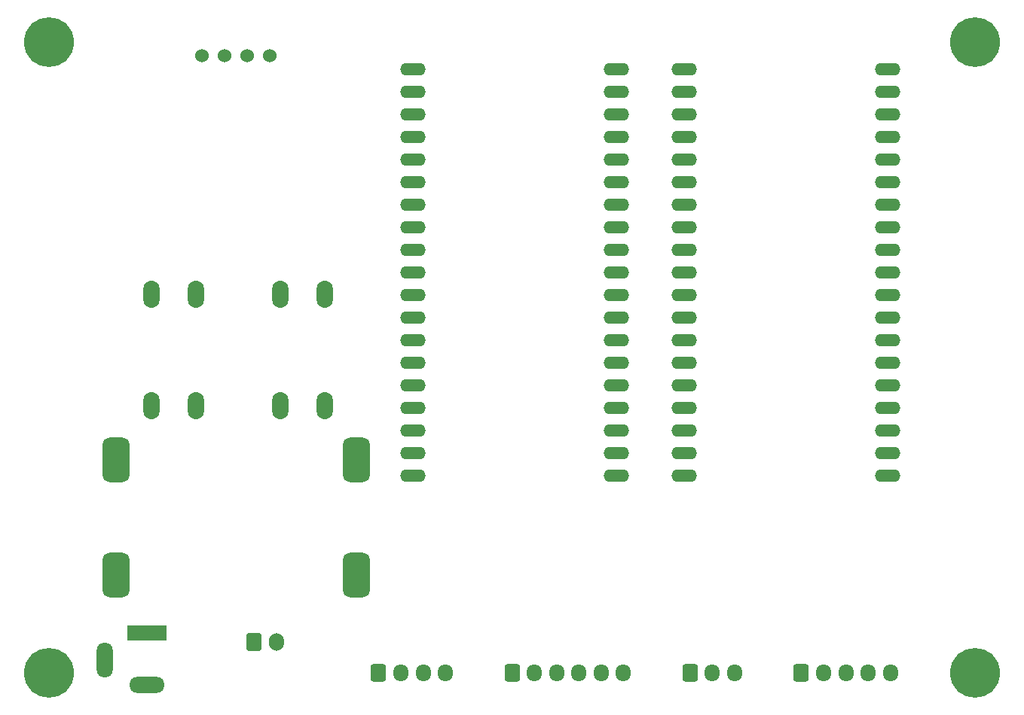
<source format=gbr>
%TF.GenerationSoftware,KiCad,Pcbnew,7.0.2*%
%TF.CreationDate,2023-09-15T09:46:50+02:00*%
%TF.ProjectId,opendaq_carrier_1.0,6f70656e-6461-4715-9f63-617272696572,rev?*%
%TF.SameCoordinates,Original*%
%TF.FileFunction,Soldermask,Top*%
%TF.FilePolarity,Negative*%
%FSLAX46Y46*%
G04 Gerber Fmt 4.6, Leading zero omitted, Abs format (unit mm)*
G04 Created by KiCad (PCBNEW 7.0.2) date 2023-09-15 09:46:50*
%MOMM*%
%LPD*%
G01*
G04 APERTURE LIST*
G04 Aperture macros list*
%AMRoundRect*
0 Rectangle with rounded corners*
0 $1 Rounding radius*
0 $2 $3 $4 $5 $6 $7 $8 $9 X,Y pos of 4 corners*
0 Add a 4 corners polygon primitive as box body*
4,1,4,$2,$3,$4,$5,$6,$7,$8,$9,$2,$3,0*
0 Add four circle primitives for the rounded corners*
1,1,$1+$1,$2,$3*
1,1,$1+$1,$4,$5*
1,1,$1+$1,$6,$7*
1,1,$1+$1,$8,$9*
0 Add four rect primitives between the rounded corners*
20,1,$1+$1,$2,$3,$4,$5,0*
20,1,$1+$1,$4,$5,$6,$7,0*
20,1,$1+$1,$6,$7,$8,$9,0*
20,1,$1+$1,$8,$9,$2,$3,0*%
G04 Aperture macros list end*
%ADD10O,2.844800X1.422400*%
%ADD11C,5.600000*%
%ADD12O,1.850000X3.048000*%
%ADD13RoundRect,0.250000X-0.600000X-0.725000X0.600000X-0.725000X0.600000X0.725000X-0.600000X0.725000X0*%
%ADD14O,1.700000X1.950000*%
%ADD15RoundRect,0.250000X-0.600000X-0.750000X0.600000X-0.750000X0.600000X0.750000X-0.600000X0.750000X0*%
%ADD16O,1.700000X2.000000*%
%ADD17C,1.524000*%
%ADD18RoundRect,0.750000X-0.750000X-1.750000X0.750000X-1.750000X0.750000X1.750000X-0.750000X1.750000X0*%
%ADD19R,4.400000X1.800000*%
%ADD20O,4.000000X1.800000*%
%ADD21O,1.800000X4.000000*%
G04 APERTURE END LIST*
D10*
%TO.C,U2*%
X189200000Y-97790000D03*
X189200000Y-95250000D03*
X189200000Y-64770000D03*
X166370000Y-97790000D03*
X166370000Y-82550000D03*
X166370000Y-64770000D03*
X166370000Y-62230000D03*
X166370000Y-67310000D03*
X166370000Y-74930000D03*
X166370000Y-52070000D03*
X166370000Y-54610000D03*
X166370000Y-57150000D03*
X189200000Y-59690000D03*
X189200000Y-57150000D03*
X189200000Y-54610000D03*
X189200000Y-67310000D03*
X189200000Y-62230000D03*
X189200000Y-69850000D03*
X166370000Y-59690000D03*
X166370000Y-69850000D03*
X166370000Y-72390000D03*
X166370000Y-77470000D03*
X166370000Y-80010000D03*
X166370000Y-85090000D03*
X166370000Y-92710000D03*
X166370000Y-95250000D03*
X189200000Y-77470000D03*
X189200000Y-74930000D03*
X189200000Y-72390000D03*
X189200000Y-82550000D03*
X189200000Y-80010000D03*
X189200000Y-87630000D03*
X189200000Y-85090000D03*
X189200000Y-92710000D03*
X189200000Y-90170000D03*
X166370000Y-87630000D03*
X166370000Y-90170000D03*
X189200000Y-52070000D03*
%TD*%
D11*
%TO.C,H1*%
X95000000Y-49000000D03*
%TD*%
%TO.C,H3*%
X199000000Y-120000000D03*
%TD*%
D10*
%TO.C,U1*%
X158720000Y-97790000D03*
X158720000Y-95250000D03*
X158720000Y-64770000D03*
X135890000Y-97790000D03*
X135890000Y-82550000D03*
X135890000Y-64770000D03*
X135890000Y-62230000D03*
X135890000Y-67310000D03*
X135890000Y-74930000D03*
X135890000Y-52070000D03*
X135890000Y-54610000D03*
X135890000Y-57150000D03*
X158720000Y-59690000D03*
X158720000Y-57150000D03*
X158720000Y-54610000D03*
X158720000Y-67310000D03*
X158720000Y-62230000D03*
X158720000Y-69850000D03*
X135890000Y-59690000D03*
X135890000Y-69850000D03*
X135890000Y-72390000D03*
X135890000Y-77470000D03*
X135890000Y-80010000D03*
X135890000Y-85090000D03*
X135890000Y-92710000D03*
X135890000Y-95250000D03*
X158720000Y-77470000D03*
X158720000Y-74930000D03*
X158720000Y-72390000D03*
X158720000Y-82550000D03*
X158720000Y-80010000D03*
X158720000Y-87630000D03*
X158720000Y-85090000D03*
X158720000Y-92710000D03*
X158720000Y-90170000D03*
X135890000Y-87630000D03*
X135890000Y-90170000D03*
X158720000Y-52070000D03*
%TD*%
D12*
%TO.C,SW2*%
X120984000Y-89916000D03*
X120984000Y-77416000D03*
X125984000Y-89916000D03*
X125984000Y-77416000D03*
%TD*%
D13*
%TO.C,J1*%
X167000000Y-120000000D03*
D14*
X169500000Y-120000000D03*
X172000000Y-120000000D03*
%TD*%
D15*
%TO.C,J6*%
X118000000Y-116500000D03*
D16*
X120500000Y-116500000D03*
%TD*%
D13*
%TO.C,J4*%
X179500000Y-120000000D03*
D14*
X182000000Y-120000000D03*
X184500000Y-120000000D03*
X187000000Y-120000000D03*
X189500000Y-120000000D03*
%TD*%
D11*
%TO.C,H2*%
X95000000Y-120000000D03*
%TD*%
%TO.C,H4*%
X199000000Y-49000000D03*
%TD*%
D17*
%TO.C,U5*%
X112174000Y-50546000D03*
X114714000Y-50546000D03*
X117254000Y-50546000D03*
X119794000Y-50546000D03*
%TD*%
D18*
%TO.C,U3*%
X102500000Y-96000000D03*
X102500000Y-109000000D03*
X129500000Y-109000000D03*
X129500000Y-96000000D03*
%TD*%
D14*
%TO.C,J5*%
X159500000Y-120000000D03*
X157000000Y-120000000D03*
X154500000Y-120000000D03*
X152000000Y-120000000D03*
X149500000Y-120000000D03*
D13*
X147000000Y-120000000D03*
%TD*%
%TO.C,J3*%
X132000000Y-120000000D03*
D14*
X134500000Y-120000000D03*
X137000000Y-120000000D03*
X139500000Y-120000000D03*
%TD*%
D12*
%TO.C,SW1*%
X106484000Y-89916000D03*
X106484000Y-77416000D03*
X111484000Y-89916000D03*
X111484000Y-77416000D03*
%TD*%
D19*
%TO.C,J2*%
X106000000Y-115500000D03*
D20*
X106000000Y-121300000D03*
D21*
X101200000Y-118500000D03*
%TD*%
M02*

</source>
